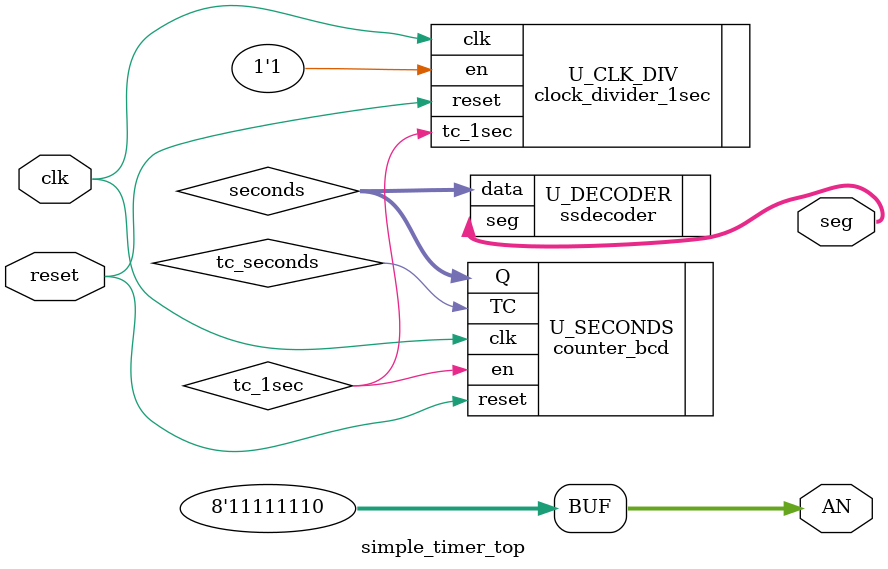
<source format=v>
`timescale 1ns / 1ps

module simple_timer_top(
    input wire clk,         // 100MHz system clock
    input wire reset,       // Active-high reset
    output wire [6:0] seg,  // 7-segment display segments
    output wire [7:0] AN    // Anode control - only one digit active
);

    // Internal signals
    wire tc_1sec;           // 1 second pulse from clock divider
    wire [3:0] seconds;     // Single digit second counter (0-9)
    wire tc_seconds;        // Terminal count for seconds counter

    // Clock divider: 100MHz -> 1Hz (1 second)
    clock_divider_1sec U_CLK_DIV (
        .clk(clk),
        .reset(reset),
        .en(1'b1),          // Always enabled
        .tc_1sec(tc_1sec)
    );

    // Single BCD counter for seconds (0-9)
    counter_bcd U_SECONDS (
        .clk(clk),
        .reset(reset),
        .en(tc_1sec),       // Count when 1 second passes
        .Q(seconds),
        .TC(tc_seconds)     // TC when reaching 9
    );

    // 7-segment decoder for displaying the seconds
    ssdecoder U_DECODER (
        .data(seconds),
        .seg(seg)
    );

    // Only activate the rightmost digit (AN[0])
    // All other digits are turned off
    assign AN = 8'b11111110;  // Only AN[0] is active (low)

endmodule
</source>
